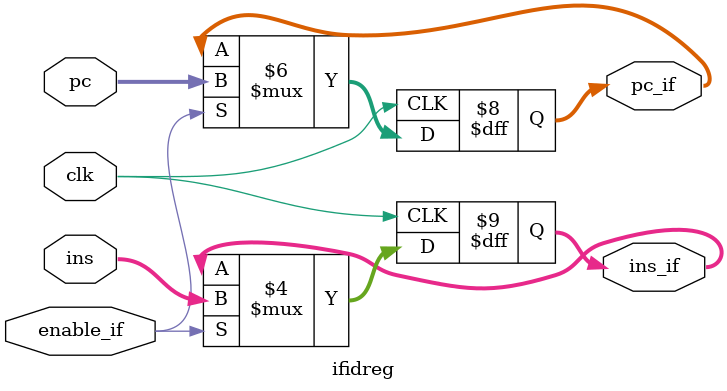
<source format=v>
module ifidreg(clk, enable_if, pc, ins, pc_if, ins_if);

    input clk, enable_if;
    input [31:0] pc, ins;

    output reg [31:0] pc_if, ins_if;

    initial 
    begin
        pc_if       <= 0;
        ins_if      <= 0; 
    end

    always @(posedge clk) 
    begin
        if (enable_if == 1)
        begin
            pc_if       <=  pc;
            ins_if      <= ins; 
        end
    end

endmodule
</source>
